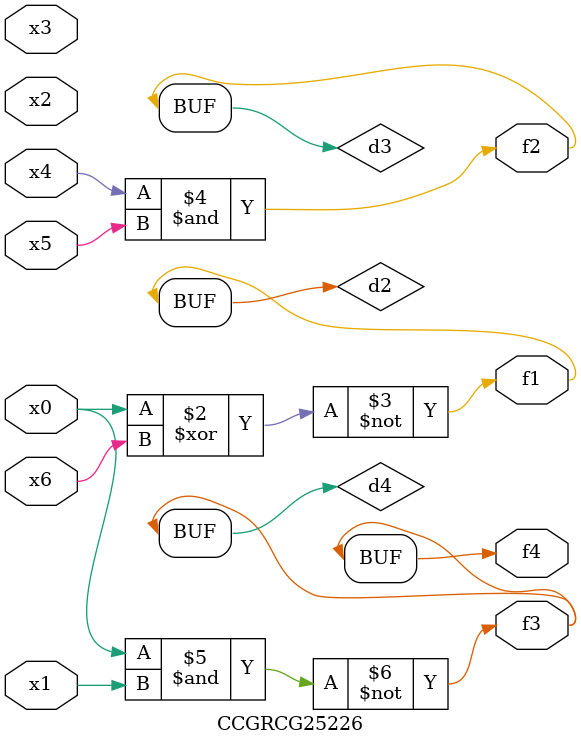
<source format=v>
module CCGRCG25226(
	input x0, x1, x2, x3, x4, x5, x6,
	output f1, f2, f3, f4
);

	wire d1, d2, d3, d4;

	nor (d1, x0);
	xnor (d2, x0, x6);
	and (d3, x4, x5);
	nand (d4, x0, x1);
	assign f1 = d2;
	assign f2 = d3;
	assign f3 = d4;
	assign f4 = d4;
endmodule

</source>
